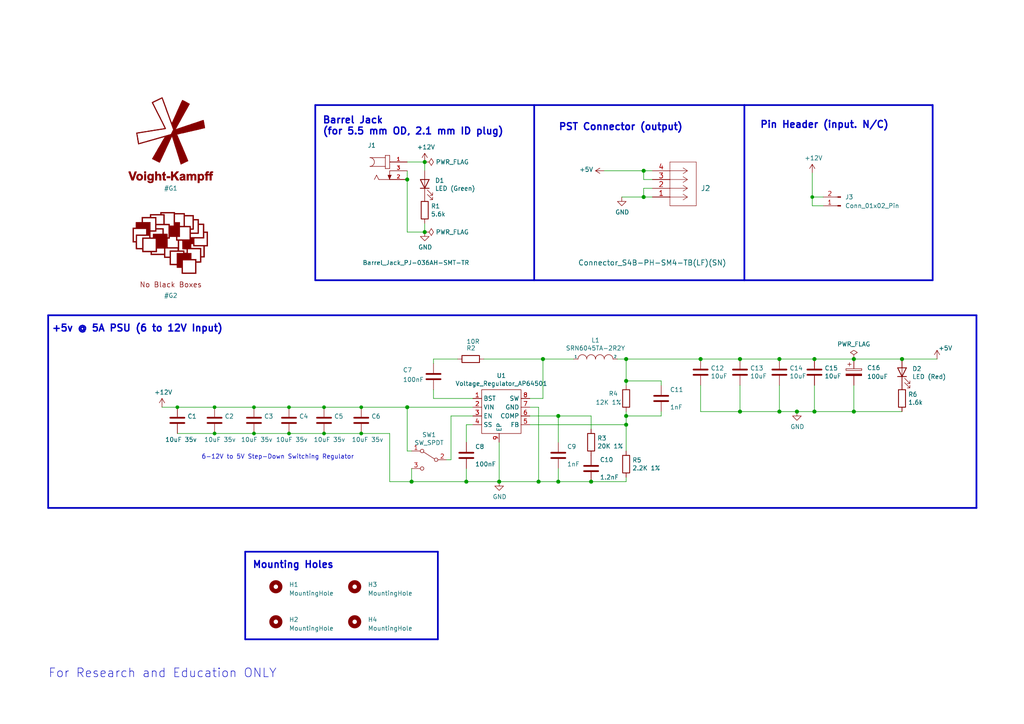
<source format=kicad_sch>
(kicad_sch (version 20230121) (generator eeschema)
  (paper "A4")
  (title_block (title "NB3 Power Board") (date "2023-11-29") (rev "0.0.5") (company "Voight-Kampff") (comment 1 "NoBlackBoxes: NB3 power source") (comment 2 "5V/5A power source for RPi, sensors, and motors"))
  (lib_symbols
    (symbol "Connector:Conn_01x02_Pin" (pin_names (offset 1.016) hide)
      (property "Reference" "J" (at 0 2.54 0))
      (property "Value" "Conn_01x02_Pin" (at 0 -5.08 0))
      (symbol "Conn_01x02_Pin_1_1"
        (pin passive line (at 5.08 0 180) (length 3.81) (name "Pin_1") (number "1"))
        (pin passive line (at 5.08 -2.54 180) (length 3.81) (name "Pin_2") (number "2"))
      )
    )
    (symbol "Device:C" (pin_numbers hide) (pin_names (offset 0.254))
      (property "Reference" "C" (at 0.635 2.54 0))
      (property "Value" "C" (at 0.635 -2.54 0))
      (symbol "C_1_1"
        (pin passive line (at 0 3.81 270) (length 2.794) (name "~") (number "1"))
        (pin passive line (at 0 -3.81 90) (length 2.794) (name "~") (number "2"))
      )
    )
    (symbol "Device:C_Polarized" (pin_numbers hide) (pin_names (offset 0.254))
      (property "Reference" "C" (at 0.635 2.54 0))
      (property "Value" "C_Polarized" (at 0.635 -2.54 0))
      (symbol "C_Polarized_1_1"
        (pin passive line (at 0 3.81 270) (length 2.794) (name "~") (number "1"))
        (pin passive line (at 0 -3.81 90) (length 2.794) (name "~") (number "2"))
      )
    )
    (symbol "Device:LED" (pin_numbers hide) (pin_names (offset 1.016) hide)
      (property "Reference" "D" (at 0 2.54 0))
      (property "Value" "LED" (at 0 -2.54 0))
      (symbol "LED_1_1"
        (pin passive line (at -3.81 0 0) (length 2.54) (name "K") (number "1"))
        (pin passive line (at 3.81 0 180) (length 2.54) (name "A") (number "2"))
      )
    )
    (symbol "Device:R" (pin_numbers hide) (pin_names (offset 0))
      (property "Reference" "R" (at 2.032 0 90))
      (property "Value" "R" (at 0 0 90))
      (symbol "R_1_1"
        (pin passive line (at 0 3.81 270) (length 1.27) (name "~") (number "1"))
        (pin passive line (at 0 -3.81 90) (length 1.27) (name "~") (number "2"))
      )
    )
    (symbol "Mechanical:MountingHole" (pin_names (offset 1.016))
      (property "Reference" "H" (at 0 5.08 0))
      (property "Value" "MountingHole" (at 0 3.175 0))
    )
    (symbol "NB3_power:Barrel_Jack_PJ-036AH-SMT-TR" (pin_names (offset 1.016) hide)
      (property "Reference" "J" (at 0 1.27 0))
      (property "Value" "Barrel_Jack_PJ-036AH-SMT-TR" (at 0 -10.16 0))
      (symbol "Barrel_Jack_PJ-036AH-SMT-TR_0_0"
        (pin passive line (at 12.7 -2.54 180) (length 5.08) (name "1") (number "1"))
        (pin passive line (at 12.7 -7.62 180) (length 5.08) (name "2") (number "2"))
        (pin passive line (at 12.7 -5.08 180) (length 5.08) (name "3") (number "3"))
      )
    )
    (symbol "NB3_power:Connector_S4B-PH-SM4-TB(LF)(SN)" (pin_names (offset 0.254) hide)
      (property "Reference" "J" (at 8.89 6.35 0))
      (property "Value" "Connector_S4B-PH-SM4-TB(LF)(SN)" (at 2.54 -13.97 0))
      (symbol "Connector_S4B-PH-SM4-TB(LF)(SN)_1_1"
        (pin passive line (at 0 0 0) (length 5.08) (name "1") (number "1"))
        (pin passive line (at 0 -2.54 0) (length 5.08) (name "2") (number "2"))
        (pin passive line (at 0 -5.08 0) (length 5.08) (name "3") (number "3"))
        (pin passive line (at 0 -7.62 0) (length 5.08) (name "4") (number "4"))
      )
    )
    (symbol "NB3_power:Logo_NBB" (pin_names (offset 1.016))
      (symbol "Logo_NBB_1_1"
        (text "No Black Boxes" (at 0 -12.7 0) (effects (font (size 1.5 1.5))))
      )
    )
    (symbol "NB3_power:Logo_VK" (pin_names (offset 1.016)))
    (symbol "NB3_power:Voltage_Regulator_AP64501"
      (property "Reference" "U" (at 5.08 3.81 0))
      (property "Value" "Voltage_Regulator_AP64501" (at 7.62 1.27 0))
      (symbol "Voltage_Regulator_AP64501_1_1"
        (pin passive line (at -2.54 -2.54 0) (length 2.54) (name "BST") (number "1"))
        (pin power_in line (at -2.54 -5.08 0) (length 2.54) (name "VIN") (number "2"))
        (pin input line (at -2.54 -7.62 0) (length 2.54) (name "EN") (number "3"))
        (pin input line (at -2.54 -10.16 0) (length 2.54) (name "SS") (number "4"))
        (pin input line (at 13.97 -10.16 180) (length 2.54) (name "FB") (number "5"))
        (pin input line (at 13.97 -7.62 180) (length 2.54) (name "COMP") (number "6"))
        (pin power_in line (at 13.97 -5.08 180) (length 2.54) (name "GND") (number "7"))
        (pin output line (at 13.97 -2.54 180) (length 2.54) (name "SW") (number "8"))
        (pin passive line (at 5.08 -15.24 90) (length 2.54) (name "EP") (number "9"))
      )
    )
    (symbol "Switch:SW_SPDT" (pin_names (offset 0) hide)
      (property "Reference" "SW" (at 0 4.318 0))
      (property "Value" "SW_SPDT" (at 0 -5.08 0))
      (symbol "SW_SPDT_1_1"
        (pin passive line (at 5.08 2.54 180) (length 2.54) (name "A") (number "1"))
        (pin passive line (at -5.08 0 0) (length 2.54) (name "B") (number "2"))
        (pin passive line (at 5.08 -2.54 180) (length 2.54) (name "C") (number "3"))
      )
    )
    (symbol "power:+12V" (power) (pin_names (offset 0))
      (property "Value" "+12V" (at 0 3.556 0))
      (symbol "+12V_1_1"
        (pin power_in line (at 0 0 90) (length 0) hide (name "+12V") (number "1"))
      )
    )
    (symbol "power:+5V" (power) (pin_names (offset 0))
      (property "Value" "+5V" (at 0 3.556 0))
      (symbol "+5V_1_1"
        (pin power_in line (at 0 0 90) (length 0) hide (name "+5V") (number "1"))
      )
    )
    (symbol "power:GND" (power) (pin_names (offset 0))
      (property "Value" "GND" (at 0 -3.81 0))
      (symbol "GND_1_1"
        (pin power_in line (at 0 0 270) (length 0) hide (name "GND") (number "1"))
      )
    )
    (symbol "power:PWR_FLAG" (power) (pin_numbers hide) (pin_names (offset 0) hide)
      (property "Value" "PWR_FLAG" (at 0 3.81 0))
      (symbol "PWR_FLAG_0_0"
        (pin power_out line (at 0 0 90) (length 0) (name "pwr") (number "1"))
      )
    )
    (symbol "pspice:INDUCTOR" (pin_numbers hide) (pin_names (offset 0))
      (property "Reference" "L" (at 0 2.54 0))
      (property "Value" "INDUCTOR" (at 0 -1.27 0))
      (symbol "INDUCTOR_1_1"
        (pin input line (at -6.35 0 0) (length 1.27) (name "1") (number "1"))
        (pin input line (at 6.35 0 180) (length 1.27) (name "2") (number "2"))
      )
    )
  )
  (junction (at 73.66 125.73))
  (junction (at 231.14 119.38) (diameter 1.016))
  (junction (at 93.98 118.11))
  (junction (at 181.61 123.19) (diameter 1.016))
  (junction (at 83.82 118.11))
  (junction (at 62.23 118.11))
  (junction (at 135.255 139.7) (diameter 1.016))
  (junction (at 161.925 120.65) (diameter 1.016))
  (junction (at 236.22 104.14) (diameter 1.016))
  (junction (at 226.06 104.14) (diameter 1.016))
  (junction (at 93.98 125.73))
  (junction (at 157.48 104.14) (diameter 1.016))
  (junction (at 51.435 118.11))
  (junction (at 104.775 125.73))
  (junction (at 214.63 104.14) (diameter 1.016))
  (junction (at 203.2 104.14) (diameter 1.016))
  (junction (at 171.45 139.7) (diameter 1.016))
  (junction (at 247.65 119.38) (diameter 1.016))
  (junction (at 119.38 139.7) (diameter 1.016))
  (junction (at 161.925 139.7) (diameter 1.016))
  (junction (at 226.06 119.38) (diameter 1.016))
  (junction (at 261.62 104.14) (diameter 1.016))
  (junction (at 156.21 139.7) (diameter 1.016))
  (junction (at 235.585 57.15))
  (junction (at 181.61 110.49) (diameter 1.016))
  (junction (at 236.22 119.38) (diameter 1.016))
  (junction (at 186.69 57.15) (diameter 1.016))
  (junction (at 144.78 139.7) (diameter 1.016))
  (junction (at 62.23 125.73))
  (junction (at 123.19 46.99) (diameter 1.016))
  (junction (at 247.65 104.14) (diameter 1.016))
  (junction (at 118.11 52.07) (diameter 1.016))
  (junction (at 186.69 49.53) (diameter 1.016))
  (junction (at 181.61 120.65) (diameter 1.016))
  (junction (at 181.61 104.14) (diameter 1.016))
  (junction (at 118.11 118.11) (diameter 1.016))
  (junction (at 83.82 125.73))
  (junction (at 214.63 119.38) (diameter 1.016))
  (junction (at 123.19 67.31) (diameter 1.016))
  (junction (at 104.775 118.11))
  (junction (at 73.66 118.11))
  (wire (pts (xy 137.16 123.19) (xy 135.255 123.19)))
  (wire (pts (xy 247.65 104.14) (xy 261.62 104.14)))
  (wire (pts (xy 104.775 125.73) (xy 113.03 125.73)))
  (wire (pts (xy 135.255 123.19) (xy 135.255 128.27)))
  (wire (pts (xy 179.07 104.14) (xy 181.61 104.14)))
  (wire (pts (xy 161.925 139.7) (xy 171.45 139.7)))
  (wire (pts (xy 181.61 119.38) (xy 181.61 120.65)))
  (wire (pts (xy 135.255 135.89) (xy 135.255 139.7)))
  (wire (pts (xy 189.23 52.07) (xy 186.69 52.07)))
  (wire (pts (xy 238.76 59.69) (xy 235.585 59.69)))
  (wire (pts (xy 171.45 139.7) (xy 181.61 139.7)))
  (wire (pts (xy 181.61 110.49) (xy 181.61 111.76)))
  (wire (pts (xy 118.11 46.99) (xy 123.19 46.99)))
  (wire (pts (xy 46.99 118.11) (xy 51.435 118.11)))
  (wire (pts (xy 51.435 118.11) (xy 62.23 118.11)))
  (wire (pts (xy 153.67 118.11) (xy 156.21 118.11)))
  (wire (pts (xy 104.775 118.11) (xy 118.11 118.11)))
  (wire (pts (xy 235.585 57.15) (xy 238.76 57.15)))
  (wire (pts (xy 189.23 57.15) (xy 186.69 57.15)))
  (wire (pts (xy 181.61 139.7) (xy 181.61 138.43)))
  (wire (pts (xy 123.19 49.53) (xy 123.19 46.99)))
  (wire (pts (xy 130.81 120.65) (xy 130.81 133.35)))
  (wire (pts (xy 157.48 115.57) (xy 157.48 104.14)))
  (polyline (pts (xy 270.51 30.48) (xy 270.51 81.28)) (stroke (width 0.5) (type solid)))
  (wire (pts (xy 73.66 118.11) (xy 83.82 118.11)))
  (polyline (pts (xy 91.44 30.48) (xy 91.44 81.28)) (stroke (width 0.5) (type solid)))
  (polyline (pts (xy 91.44 30.48) (xy 215.9 30.48)) (stroke (width 0.5) (type solid)))
  (polyline (pts (xy 215.9 30.48) (xy 215.9 81.28)) (stroke (width 0.5) (type solid)))
  (polyline (pts (xy 215.9 81.28) (xy 91.44 81.28)) (stroke (width 0.5) (type solid)))
  (wire (pts (xy 62.23 125.73) (xy 73.66 125.73)))
  (wire (pts (xy 113.03 139.7) (xy 119.38 139.7)))
  (polyline (pts (xy 270.51 30.48) (xy 270.51 31.115)) (stroke (width 0.5) (type solid)))
  (wire (pts (xy 226.06 111.76) (xy 226.06 119.38)))
  (wire (pts (xy 181.61 123.19) (xy 181.61 130.81)))
  (wire (pts (xy 235.585 59.69) (xy 235.585 57.15)))
  (polyline (pts (xy 13.97 91.44) (xy 13.97 147.32)) (stroke (width 0.5) (type solid)))
  (wire (pts (xy 73.66 125.73) (xy 83.82 125.73)))
  (wire (pts (xy 113.03 125.73) (xy 113.03 139.7)))
  (wire (pts (xy 119.38 139.7) (xy 135.255 139.7)))
  (wire (pts (xy 118.11 130.81) (xy 118.11 118.11)))
  (wire (pts (xy 118.11 49.53) (xy 118.11 52.07)))
  (wire (pts (xy 189.23 54.61) (xy 186.69 54.61)))
  (wire (pts (xy 189.23 49.53) (xy 186.69 49.53)))
  (wire (pts (xy 186.69 54.61) (xy 186.69 57.15)))
  (wire (pts (xy 181.61 104.14) (xy 181.61 110.49)))
  (wire (pts (xy 214.63 104.14) (xy 226.06 104.14)))
  (wire (pts (xy 181.61 120.65) (xy 191.77 120.65)))
  (wire (pts (xy 118.11 67.31) (xy 123.19 67.31)))
  (wire (pts (xy 181.61 120.65) (xy 181.61 123.19)))
  (wire (pts (xy 137.16 120.65) (xy 130.81 120.65)))
  (wire (pts (xy 125.73 104.14) (xy 125.73 105.41)))
  (wire (pts (xy 175.26 49.53) (xy 186.69 49.53)))
  (wire (pts (xy 140.335 104.14) (xy 157.48 104.14)))
  (wire (pts (xy 83.82 118.11) (xy 93.98 118.11)))
  (wire (pts (xy 51.435 125.73) (xy 62.23 125.73)))
  (wire (pts (xy 93.98 118.11) (xy 104.775 118.11)))
  (polyline (pts (xy 154.94 30.48) (xy 154.94 81.28)) (stroke (width 0.5) (type solid)))
  (wire (pts (xy 118.11 118.11) (xy 137.16 118.11)))
  (wire (pts (xy 125.73 115.57) (xy 137.16 115.57)))
  (wire (pts (xy 214.63 111.76) (xy 214.63 119.38)))
  (wire (pts (xy 153.67 123.19) (xy 181.61 123.19)))
  (wire (pts (xy 156.21 118.11) (xy 156.21 139.7)))
  (polyline (pts (xy 13.97 91.44) (xy 283.21 91.44)) (stroke (width 0.5) (type solid)))
  (wire (pts (xy 153.67 115.57) (xy 157.48 115.57)))
  (wire (pts (xy 125.73 113.03) (xy 125.73 115.57)))
  (wire (pts (xy 247.65 111.76) (xy 247.65 119.38)))
  (wire (pts (xy 226.06 104.14) (xy 236.22 104.14)))
  (wire (pts (xy 186.69 52.07) (xy 186.69 49.53)))
  (wire (pts (xy 161.925 135.89) (xy 161.925 139.7)))
  (wire (pts (xy 236.22 104.14) (xy 247.65 104.14)))
  (wire (pts (xy 153.67 120.65) (xy 161.925 120.65)))
  (wire (pts (xy 132.715 104.14) (xy 125.73 104.14)))
  (wire (pts (xy 181.61 110.49) (xy 191.77 110.49)))
  (wire (pts (xy 157.48 104.14) (xy 166.37 104.14)))
  (wire (pts (xy 236.22 111.76) (xy 236.22 119.38)))
  (wire (pts (xy 144.78 128.27) (xy 144.78 139.7)))
  (wire (pts (xy 93.98 125.73) (xy 104.775 125.73)))
  (wire (pts (xy 181.61 104.14) (xy 203.2 104.14)))
  (wire (pts (xy 83.82 125.73) (xy 93.98 125.73)))
  (wire (pts (xy 62.23 118.11) (xy 73.66 118.11)))
  (wire (pts (xy 186.69 57.15) (xy 180.34 57.15)))
  (wire (pts (xy 171.45 124.46) (xy 171.45 120.65)))
  (wire (pts (xy 191.77 120.65) (xy 191.77 119.38)))
  (wire (pts (xy 119.38 130.81) (xy 118.11 130.81)))
  (polyline (pts (xy 283.21 147.32) (xy 13.97 147.32)) (stroke (width 0.5) (type solid)))
  (wire (pts (xy 235.585 50.165) (xy 235.585 57.15)))
  (wire (pts (xy 203.2 111.76) (xy 203.2 119.38)))
  (wire (pts (xy 203.2 119.38) (xy 214.63 119.38)))
  (wire (pts (xy 214.63 119.38) (xy 226.06 119.38)))
  (wire (pts (xy 226.06 119.38) (xy 231.14 119.38)))
  (wire (pts (xy 231.14 119.38) (xy 236.22 119.38)))
  (wire (pts (xy 236.22 119.38) (xy 247.65 119.38)))
  (wire (pts (xy 247.65 119.38) (xy 261.62 119.38)))
  (wire (pts (xy 130.81 133.35) (xy 129.54 133.35)))
  (polyline (pts (xy 283.21 91.44) (xy 283.21 147.32)) (stroke (width 0.5) (type solid)))
  (wire (pts (xy 203.2 104.14) (xy 214.63 104.14)))
  (polyline (pts (xy 215.9 30.48) (xy 270.51 30.48)) (stroke (width 0.5) (type solid)))
  (wire (pts (xy 161.925 120.65) (xy 171.45 120.65)))
  (wire (pts (xy 156.21 139.7) (xy 161.925 139.7)))
  (wire (pts (xy 135.255 139.7) (xy 144.78 139.7)))
  (wire (pts (xy 118.11 52.07) (xy 118.11 67.31)))
  (wire (pts (xy 161.925 120.65) (xy 161.925 128.27)))
  (wire (pts (xy 191.77 110.49) (xy 191.77 111.76)))
  (wire (pts (xy 261.62 104.14) (xy 271.78 104.14)))
  (polyline (pts (xy 71.12 160.02) (xy 71.12 185.42)) (stroke (width 0.5) (type solid)))
  (polyline (pts (xy 71.12 160.02) (xy 127 160.02)) (stroke (width 0.5) (type solid)))
  (polyline (pts (xy 71.12 185.42) (xy 127 185.42)) (stroke (width 0.5) (type solid)))
  (polyline (pts (xy 127 185.42) (xy 127 160.02)) (stroke (width 0.5) (type solid)))
  (wire (pts (xy 144.78 139.7) (xy 156.21 139.7)))
  (polyline (pts (xy 215.9 81.28) (xy 270.51 81.28)) (stroke (width 0.5) (type solid)))
  (wire (pts (xy 123.19 64.77) (xy 123.19 67.31)))
  (wire (pts (xy 119.38 135.89) (xy 119.38 139.7)))
  (text "Pin Header (input. N/C)" (at 220.345 37.465 0) (effects (font (size 2 2) (thickness 0.4) bold) (justify left bottom)))
  (text "Mounting Holes" (at 73.152 165.1 0) (effects (font (size 2 2) (thickness 0.4) bold) (justify left bottom)))
  (text "PST Connector (output)" (at 161.925 38.1 0) (effects (font (size 2 2) (thickness 0.4) bold) (justify left bottom)))
  (text "+5v @ 5A PSU (6 to 12V Input)" (at 64.77 96.52 0) (effects (font (size 2 2) (thickness 0.4) bold) (justify right bottom)))
  (text "For Research and Education ONLY" (at 13.97 196.85 0) (effects (font (size 2.54 2.54)) (justify left bottom)))
  (text "Barrel Jack\n(for 5.5 mm OD, 2.1 mm ID plug)" (at 93.472 39.37 0) (effects (font (size 2 2) (thickness 0.4) bold) (justify left bottom)))
  (text "6-12V to 5V Step-Down Switching Regulator" (at 58.42 133.35 0) (effects (font (size 1.27 1.27)) (justify left bottom)))
  (symbol (lib_id "NB3_power:Barrel_Jack_PJ-036AH-SMT-TR") (at 105.41 44.45 0) (unit 1)
    (property "Reference" "J1" (at 107.823 42.164 0))
    (property "Value" "Barrel_Jack_PJ-036AH-SMT-TR" (at 120.65 76.2 0))
    (property "Footprint" "NB3_power:Barrel_Jack_PJ-036AH-SMT-TR" (effects hide))
    (property "Datasheet" "Barrel_Jack_PJ-036AH-SMT-TR" (effects hide))
    (property "Description" "2.0 x 6.3 mm, 5.0 A, Horizontal, Surface Mount _SMT_, Dc Power Jack Connector" (effects hide))
    (property "Mouser Part Number" "490-PJ-036AH-SMT-TR" (effects hide))
  )
  (symbol (lib_id "Device:LED") (at 123.19 53.34 90) (unit 1)
    (property "Reference" "D1" (at 126.1618 52.3494 90) (effects (justify right)))
    (property "Value" "LED (Green)" (at 126.1618 54.6608 90) (effects (justify right)))
    (property "Footprint" "LED_SMD:LED_0603_1608Metric" (effects hide))
  )
  (symbol (lib_id "Device:R") (at 123.19 60.96 0) (unit 1)
    (property "Reference" "R1" (at 124.968 59.7916 0) (effects (justify left)))
    (property "Value" "5.6k" (at 124.968 62.103 0) (effects (justify left)))
    (property "Footprint" "Resistor_SMD:R_0402_1005Metric" (effects hide))
  )
  (symbol (lib_id "power:GND") (at 123.19 67.31 0) (unit 1)
    (property "Reference" "#PWR03" (effects hide))
    (property "Value" "GND" (at 123.317 71.7042 0))
  )
  (symbol (lib_id "power:GND") (at 180.34 57.15 0) (unit 1)
    (property "Reference" "#PWR06" (effects hide))
    (property "Value" "GND" (at 180.467 61.5442 0))
  )
  (symbol (lib_id "Connector:Conn_01x02_Pin") (at 243.84 59.69 180) (unit 1)
    (property "Reference" "J3" (at 245.11 57.15 0) (effects (justify right)))
    (property "Value" "Conn_01x02_Pin" (at 245.11 59.69 0) (effects (justify right)))
    (property "Footprint" "Connector_PinHeader_2.54mm:PinHeader_1x02_P2.54mm_Horizontal" (effects hide))
  )
  (symbol (lib_id "Device:C") (at 62.23 121.92 0) (unit 1)
    (property "Reference" "C2" (at 65.151 120.7516 0) (effects (justify left)))
    (property "Value" "10uF 35v" (at 59.182 127.508 0) (effects (justify left)))
    (property "Footprint" "Capacitor_SMD:C_0805_2012Metric" (effects hide))
    (property "Datasheet" "https://www.murata.com/en-global/products/productdetail.aspx?partno=GRM21BC8YA106ME11%23" (effects hide))
    (property "Field5" "490-10505-1-ND" (effects hide))
    (property "Field4" "Digikey" (effects hide))
    (property "Field6" "GRM21BC8YA106KE11L " (effects hide))
    (property "Field7" "Murata" (effects hide))
    (property "Part Description" "	10uF 10% or 20% 35V Ceramic Capacitor X6S 0805 (2012 Metric)" (effects hide))
  )
  (symbol (lib_id "Switch:SW_SPDT") (at 124.46 133.35 0) (mirror y) (unit 1)
    (property "Reference" "SW1" (at 124.46 126.111 0))
    (property "Value" "SW_SPDT" (at 124.46 128.4224 0))
    (property "Footprint" "NB3_power:Switch_SPDT_SMD_Slide_JS102011JCQN" (effects hide))
  )
  (symbol (lib_id "power:PWR_FLAG") (at 247.65 104.14 0) (unit 1)
    (property "Reference" "#FLG03" (effects hide))
    (property "Value" "PWR_FLAG" (at 247.65 99.8156 0))
  )
  (symbol (lib_id "Device:R") (at 261.62 115.57 0) (unit 1)
    (property "Reference" "R6" (at 263.398 114.4016 0) (effects (justify left)))
    (property "Value" "1.6k" (at 263.398 116.713 0) (effects (justify left)))
    (property "Footprint" "Resistor_SMD:R_0402_1005Metric" (effects hide))
  )
  (symbol (lib_id "Device:C") (at 171.45 135.89 0) (unit 1)
    (property "Reference" "C10" (at 173.99 133.35 0) (effects (justify left)))
    (property "Value" "1.2nF" (at 173.99 138.43 0) (effects (justify left)))
    (property "Footprint" "Capacitor_SMD:C_0402_1005Metric" (effects hide))
    (property "Datasheet" "http://www.farnell.com/datasheets/2734135.pdf?_ga=2.259347658.1738794919.1588350964-1787849031.1568210898&_gac=1.15394434.1588350964.EAIaIQobChMIgrHHs4yT6QIVxevtCh39TA_nEAAYASAAEgK8PfD_BwE" (effects hide))
    (property "Field4" "Digikey" (effects hide))
    (property "Field5" "490-16429-1-ND" (effects hide))
    (property "Field6" "GCM155R71H122KA37D" (effects hide))
    (property "Field7" "Murata" (effects hide))
    (property "Part Description" "1200pF 10% 10V Ceramic Capacitor X5R 0402 (1005 Metric)" (effects hide))
  )
  (symbol (lib_id "pspice:INDUCTOR") (at 172.72 104.14 0) (unit 1)
    (property "Reference" "L1" (at 172.72 98.679 0))
    (property "Value" "SRN6045TA-2R2Y" (at 172.72 100.99 0))
    (property "Footprint" "Inductor_SMD:L_Bourns_SRN6045TA" (effects hide))
    (property "Datasheet" "https://www.bourns.com/docs/Product-Datasheets/SRN6045TA.pdf" (effects hide))
    (property "Field4" "Farnell" (effects hide))
    (property "Field5" "2616889" (effects hide))
    (property "Field6" "SRN6045TA-3R3Y" (effects hide))
    (property "Field7" "Bourns" (effects hide))
    (property "Part Description" "3.3µH Semi-Shielded Wirewound Inductor 7.8A 21mOhm Nonstandard" (effects hide))
  )
  (symbol (lib_id "Mechanical:MountingHole") (at 80.01 170.18 0) (unit 1)
    (property "Reference" "H1" (at 83.82 169.5449 0) (effects (justify left)))
    (property "Value" "MountingHole" (at 83.82 172.0849 0) (effects (justify left)))
    (property "Footprint" "MountingHole:MountingHole_2.7mm_M2.5_ISO7380_Pad" (effects hide))
  )
  (symbol (lib_id "Device:C") (at 51.435 121.92 0) (unit 1)
    (property "Reference" "C1" (at 54.356 120.7516 0) (effects (justify left)))
    (property "Value" "10uF 35v" (at 47.879 127.508 0) (effects (justify left)))
    (property "Footprint" "Capacitor_SMD:C_0805_2012Metric" (effects hide))
    (property "Datasheet" "https://www.murata.com/en-global/products/productdetail.aspx?partno=GRM21BC8YA106ME11%23" (effects hide))
    (property "Field5" "490-10505-1-ND" (effects hide))
    (property "Field4" "Digikey" (effects hide))
    (property "Field6" "GRM21BC8YA106KE11L " (effects hide))
    (property "Field7" "Murata" (effects hide))
    (property "Part Description" "	10uF 10% or 20% 35V Ceramic Capacitor X6S 0805 (2012 Metric)" (effects hide))
  )
  (symbol (lib_id "Device:R") (at 136.525 104.14 270) (unit 1)
    (property "Reference" "R2" (at 135.255 100.965 90) (effects (justify left)))
    (property "Value" "10R" (at 135.255 99.06 90) (effects (justify left)))
    (property "Footprint" "Resistor_SMD:R_0402_1005Metric" (effects hide))
    (property "Datasheet" "https://fscdn.rohm.com/en/products/databook/datasheet/passive/resistor/chip_resistor/mcr-e.pdf" (effects hide))
    (property "Field4" "Farnell" (effects hide))
    (property "Field5" "9238999" (effects hide))
    (property "Field7" "Yageo" (effects hide))
    (property "Field6" "RC0402FR-0710RL" (effects hide))
    (property "Field8" "URES00256" (effects hide))
    (property "Part Description" "Resistor 10R M1005 1% 63mW" (effects hide))
  )
  (symbol (lib_id "Device:LED") (at 261.62 107.95 90) (unit 1)
    (property "Reference" "D2" (at 264.5918 106.9594 90) (effects (justify right)))
    (property "Value" "LED (Red)" (at 264.5918 109.2708 90) (effects (justify right)))
    (property "Footprint" "LED_SMD:LED_0603_1608Metric" (effects hide))
  )
  (symbol (lib_id "Device:C") (at 135.255 132.08 0) (unit 1)
    (property "Reference" "C8" (at 137.795 129.54 0) (effects (justify left)))
    (property "Value" "100nF" (at 137.795 134.62 0) (effects (justify left)))
    (property "Footprint" "Capacitor_SMD:C_0402_1005Metric" (effects hide))
    (property "Datasheet" "https://search.murata.co.jp/Ceramy/image/img/A01X/G101/ENG/GRM155R71C104KA88-01.pdf" (effects hide))
    (property "Field4" "Farnell" (effects hide))
    (property "Field5" "2611911" (effects hide))
    (property "Field6" "RM EMK105 B7104KV-F" (effects hide))
    (property "Field7" "TAIYO YUDEN EUROPE GMBH" (effects hide))
    (property "Part Description" "	0.1uF 10% 16V Ceramic Capacitor X7R 0402 (1005 Metric)" (effects hide))
    (property "Field8" "110091611" (effects hide))
  )
  (symbol (lib_id "Device:R") (at 171.45 128.27 0) (unit 1)
    (property "Reference" "R3" (at 173.228 127.1016 0) (effects (justify left)))
    (property "Value" "20K 1%" (at 173.228 129.413 0) (effects (justify left)))
    (property "Footprint" "Resistor_SMD:R_0402_1005Metric" (effects hide))
    (property "Datasheet" "https://fscdn.rohm.com/en/products/databook/datasheet/passive/resistor/chip_resistor/mcr-e.pdf" (effects hide))
    (property "Field4" "Farnell" (effects hide))
    (property "Field5" "2331485" (effects hide))
    (property "Field7" "KOA EUROPE GMBH" (effects hide))
    (property "Field6" "RK73H1ETTP2002F" (effects hide))
    (property "Part Description" "Resistor 20K M1005 1% 63mW" (effects hide))
  )
  (symbol (lib_id "Device:C") (at 214.63 107.95 0) (unit 1)
    (property "Reference" "C13" (at 217.551 106.7816 0) (effects (justify left)))
    (property "Value" "10uF" (at 217.551 109.093 0) (effects (justify left)))
    (property "Footprint" "Capacitor_SMD:C_0805_2012Metric" (effects hide))
    (property "Datasheet" "https://search.murata.co.jp/Ceramy/image/img/A01X/G101/ENG/GRM21BR71A106KA73-01.pdf" (effects hide))
    (property "Field5" "490-14381-1-ND" (effects hide))
    (property "Field4" "Digikey" (effects hide))
    (property "Field6" "GRM21BR71A106KA73L" (effects hide))
    (property "Field7" "Murata" (effects hide))
    (property "Part Description" "	10uF 10% 10V Ceramic Capacitor X7R 0805 (2012 Metric)" (effects hide))
    (property "Field8" "111893011" (effects hide))
  )
  (symbol (lib_id "power:PWR_FLAG") (at 123.19 67.31 270) (unit 1)
    (property "Reference" "#FLG02" (effects hide))
    (property "Value" "PWR_FLAG" (at 126.3651 67.31 90) (effects (justify left)))
  )
  (symbol (lib_id "Device:R") (at 181.61 134.62 0) (unit 1)
    (property "Reference" "R5" (at 183.388 133.4516 0) (effects (justify left)))
    (property "Value" "2.2K 1%" (at 183.388 135.763 0) (effects (justify left)))
    (property "Footprint" "Resistor_SMD:R_0402_1005Metric" (effects hide))
    (property "Datasheet" "https://fscdn.rohm.com/en/products/databook/datasheet/passive/resistor/chip_resistor/mcr-e.pdf" (effects hide))
    (property "Field4" "Farnell" (effects hide))
    (property "Field5" "9239278" (effects hide))
    (property "Field6" "RK73G1ETQTP2201D         " (effects hide))
    (property "Field7" "KOA EUROPE GMBH" (effects hide))
    (property "Part Description" "Resistor 2.2K M1005 1% 63mW" (effects hide))
    (property "Field8" "120889581" (effects hide))
  )
  (symbol (lib_id "Device:C_Polarized") (at 247.65 107.95 0) (unit 1)
    (property "Reference" "C16" (at 251.46 106.68 0) (effects (justify left)))
    (property "Value" "100uF" (at 251.46 109.22 0) (effects (justify left)))
    (property "Footprint" "Capacitor_Tantalum_SMD:CP_EIA-7343-31_Kemet-D" (effects hide))
  )
  (symbol (lib_id "Device:C") (at 226.06 107.95 0) (unit 1)
    (property "Reference" "C14" (at 228.981 106.7816 0) (effects (justify left)))
    (property "Value" "10uF" (at 228.981 109.093 0) (effects (justify left)))
    (property "Footprint" "Capacitor_SMD:C_0805_2012Metric" (effects hide))
    (property "Datasheet" "https://search.murata.co.jp/Ceramy/image/img/A01X/G101/ENG/GRM21BR71A106KA73-01.pdf" (effects hide))
    (property "Field5" "490-14381-1-ND" (effects hide))
    (property "Field4" "Digikey" (effects hide))
    (property "Field6" "GRM21BR71A106KA73L" (effects hide))
    (property "Field7" "Murata" (effects hide))
    (property "Part Description" "	10uF 10% 10V Ceramic Capacitor X7R 0805 (2012 Metric)" (effects hide))
    (property "Field8" "111893011" (effects hide))
  )
  (symbol (lib_id "Device:C") (at 203.2 107.95 0) (unit 1)
    (property "Reference" "C12" (at 206.121 106.7816 0) (effects (justify left)))
    (property "Value" "10uF" (at 206.121 109.093 0) (effects (justify left)))
    (property "Footprint" "Capacitor_SMD:C_0805_2012Metric" (effects hide))
    (property "Datasheet" "https://search.murata.co.jp/Ceramy/image/img/A01X/G101/ENG/GRM21BR71A106KA73-01.pdf" (effects hide))
    (property "Field5" "490-14381-1-ND" (effects hide))
    (property "Field4" "Digikey" (effects hide))
    (property "Field6" "GRM21BR71A106KA73L" (effects hide))
    (property "Field7" "Murata" (effects hide))
    (property "Part Description" "	10uF 10% 10V Ceramic Capacitor X7R 0805 (2012 Metric)" (effects hide))
    (property "Field8" "111893011" (effects hide))
  )
  (symbol (lib_id "power:PWR_FLAG") (at 123.19 46.99 270) (unit 1)
    (property "Reference" "#FLG01" (effects hide))
    (property "Value" "PWR_FLAG" (at 126.3651 46.99 90) (effects (justify left)))
  )
  (symbol (lib_id "NB3_power:Voltage_Regulator_AP64501") (at 139.7 113.03 0) (unit 1)
    (property "Reference" "U1" (at 145.415 108.9468 0))
    (property "Value" "Voltage_Regulator_AP64501" (at 145.415 111.2455 0))
    (property "Footprint" "NB3_power:Voltage_Regulator_AP64501" (effects hide))
  )
  (symbol (lib_id "Device:C") (at 191.77 115.57 0) (unit 1)
    (property "Reference" "C11" (at 194.31 113.03 0) (effects (justify left)))
    (property "Value" "1nF" (at 194.31 118.11 0) (effects (justify left)))
    (property "Footprint" "Capacitor_SMD:C_0402_1005Metric" (effects hide))
    (property "Datasheet" "http://www.farnell.com/datasheets/2048267.pdf?_ga=2.222777691.1738794919.1588350964-1787849031.1568210898&_gac=1.250356018.1588350964.EAIaIQobChMIgrHHs4yT6QIVxevtCh39TA_nEAAYASAAEgK8PfD_BwE" (effects hide))
    (property "Field4" "Farnell" (effects hide))
    (property "Field5" "2666374" (effects hide))
    (property "Field6" "GRM1555C1H221JA01D" (effects hide))
    (property "Field7" "Murata" (effects hide))
    (property "Part Description" "220 pF, 50 V, 0402 [1005 Metric], ± 5%, C0G / NP0/CH, GCM Series" (effects hide))
  )
  (symbol (lib_id "Device:C") (at 161.925 132.08 0) (unit 1)
    (property "Reference" "C9" (at 164.465 129.54 0) (effects (justify left)))
    (property "Value" "1nF" (at 164.465 134.62 0) (effects (justify left)))
    (property "Footprint" "Capacitor_SMD:C_0402_1005Metric" (effects hide))
  )
  (symbol (lib_id "Mechanical:MountingHole") (at 102.87 170.18 0) (unit 1)
    (property "Reference" "H3" (at 106.68 169.5449 0) (effects (justify left)))
    (property "Value" "MountingHole" (at 106.68 172.0849 0) (effects (justify left)))
    (property "Footprint" "MountingHole:MountingHole_2.7mm_M2.5_ISO7380_Pad" (effects hide))
  )
  (symbol (lib_id "Device:R") (at 181.61 115.57 0) (unit 1)
    (property "Reference" "R4" (at 176.53 114.173 0) (effects (justify left)))
    (property "Value" "12K 1%" (at 172.72 116.713 0) (effects (justify left)))
    (property "Footprint" "Resistor_SMD:R_0402_1005Metric" (effects hide))
    (property "Datasheet" "https://fscdn.rohm.com/en/products/databook/datasheet/passive/resistor/chip_resistor/mcr-e.pdf" (effects hide))
    (property "Field4" "Farnell" (effects hide))
    (property "Field5" "9239367" (effects hide))
    (property "Field7" "Rohm" (effects hide))
    (property "Field6" "MCR01MZPF1202" (effects hide))
    (property "Part Description" "Resistor 12K M1005 1% 63mW" (effects hide))
  )
  (symbol (lib_id "Mechanical:MountingHole") (at 102.87 180.34 0) (unit 1)
    (property "Reference" "H4" (at 106.68 179.7049 0) (effects (justify left)))
    (property "Value" "MountingHole" (at 106.68 182.2449 0) (effects (justify left)))
    (property "Footprint" "MountingHole:MountingHole_2.7mm_M2.5_ISO7380_Pad" (effects hide))
  )
  (symbol (lib_id "Device:C") (at 83.82 121.92 0) (unit 1)
    (property "Reference" "C4" (at 86.741 120.7516 0) (effects (justify left)))
    (property "Value" "10uF 35v" (at 80.01 127.508 0) (effects (justify left)))
    (property "Footprint" "Capacitor_SMD:C_0805_2012Metric" (effects hide))
    (property "Datasheet" "https://www.murata.com/en-global/products/productdetail.aspx?partno=GRM21BC8YA106ME11%23" (effects hide))
    (property "Field5" "490-10505-1-ND" (effects hide))
    (property "Field4" "Digikey" (effects hide))
    (property "Field6" "GRM21BC8YA106KE11L " (effects hide))
    (property "Field7" "Murata" (effects hide))
    (property "Part Description" "	10uF 10% or 20% 35V Ceramic Capacitor X6S 0805 (2012 Metric)" (effects hide))
  )
  (symbol (lib_id "power:GND") (at 231.14 119.38 0) (unit 1)
    (property "Reference" "#PWR07" (effects hide))
    (property "Value" "GND" (at 231.267 123.7742 0))
  )
  (symbol (lib_id "power:+12V") (at 235.585 50.165 0) (unit 1)
    (property "Reference" "#PWR09" (effects hide))
    (property "Value" "+12V" (at 235.9533 45.8406 0))
  )
  (symbol (lib_id "NB3_power:Logo_VK") (at 49.53 40.64 0) (unit 1) (in_bom no)
    (property "Reference" "#G1" (at 49.53 54.61 0))
    (property "Value" "Logo_VK" (effects hide))
    (property "Footprint" "NB3_power:Logo_VK_15mm" (effects hide))
  )
  (symbol (lib_id "Device:C") (at 104.775 121.92 0) (unit 1)
    (property "Reference" "C6" (at 107.696 120.7516 0) (effects (justify left)))
    (property "Value" "10uF 35v" (at 101.981 127.508 0) (effects (justify left)))
    (property "Footprint" "Capacitor_SMD:C_0805_2012Metric" (effects hide))
    (property "Datasheet" "https://www.murata.com/en-global/products/productdetail.aspx?partno=GRM21BC8YA106ME11%23" (effects hide))
    (property "Field5" "490-10505-1-ND" (effects hide))
    (property "Field4" "Digikey" (effects hide))
    (property "Field6" "GRM21BC8YA106KE11L " (effects hide))
    (property "Field7" "Murata" (effects hide))
    (property "Part Description" "	10uF 10% or 20% 35V Ceramic Capacitor X6S 0805 (2012 Metric)" (effects hide))
  )
  (symbol (lib_id "Mechanical:MountingHole") (at 80.01 180.34 0) (unit 1)
    (property "Reference" "H2" (at 83.82 179.7049 0) (effects (justify left)))
    (property "Value" "MountingHole" (at 83.82 182.2449 0) (effects (justify left)))
    (property "Footprint" "MountingHole:MountingHole_2.7mm_M2.5_ISO7380_Pad" (effects hide))
  )
  (symbol (lib_id "NB3_power:Connector_S4B-PH-SM4-TB(LF)(SN)") (at 189.23 57.15 0) (mirror x) (unit 1)
    (property "Reference" "J2" (at 203.2 54.61 0) (effects (font (size 1.524 1.524)) (justify left)))
    (property "Value" "Connector_S4B-PH-SM4-TB(LF)(SN)" (at 167.64 76.2 0) (effects (font (size 1.524 1.524)) (justify left)))
    (property "Footprint" "NB3_power:Connector_S4B-PH-SM4-TB(LF)(SN)" (effects hide))
  )
  (symbol (lib_id "Device:C") (at 73.66 121.92 0) (unit 1)
    (property "Reference" "C3" (at 76.581 120.7516 0) (effects (justify left)))
    (property "Value" "10uF 35v" (at 69.85 127.508 0) (effects (justify left)))
    (property "Footprint" "Capacitor_SMD:C_0805_2012Metric" (effects hide))
    (property "Datasheet" "https://www.murata.com/en-global/products/productdetail.aspx?partno=GRM21BC8YA106ME11%23" (effects hide))
    (property "Field5" "490-10505-1-ND" (effects hide))
    (property "Field4" "Digikey" (effects hide))
    (property "Field6" "GRM21BC8YA106KE11L " (effects hide))
    (property "Field7" "Murata" (effects hide))
    (property "Part Description" "	10uF 10% or 20% 35V Ceramic Capacitor X6S 0805 (2012 Metric)" (effects hide))
  )
  (symbol (lib_id "Device:C") (at 125.73 109.22 0) (unit 1)
    (property "Reference" "C7" (at 116.84 107.315 0) (effects (justify left)))
    (property "Value" "100nF" (at 116.84 110.109 0) (effects (justify left)))
    (property "Footprint" "Capacitor_SMD:C_0402_1005Metric" (effects hide))
    (property "Datasheet" "https://search.murata.co.jp/Ceramy/image/img/A01X/G101/ENG/GRM155R71C104KA88-01.pdf" (effects hide))
    (property "Field4" "Farnell" (effects hide))
    (property "Field5" "2611911" (effects hide))
    (property "Field6" "RM EMK105 B7104KV-F" (effects hide))
    (property "Field7" "TAIYO YUDEN EUROPE GMBH" (effects hide))
    (property "Part Description" "	0.1uF 10% 16V Ceramic Capacitor X7R 0402 (1005 Metric)" (effects hide))
    (property "Field8" "110091611" (effects hide))
  )
  (symbol (lib_id "Device:C") (at 93.98 121.92 0) (unit 1)
    (property "Reference" "C5" (at 96.901 120.7516 0) (effects (justify left)))
    (property "Value" "10uF 35v" (at 90.932 127.508 0) (effects (justify left)))
    (property "Footprint" "Capacitor_SMD:C_0805_2012Metric" (effects hide))
    (property "Datasheet" "https://www.murata.com/en-global/products/productdetail.aspx?partno=GRM21BC8YA106ME11%23" (effects hide))
    (property "Field5" "490-10505-1-ND" (effects hide))
    (property "Field4" "Digikey" (effects hide))
    (property "Field6" "GRM21BC8YA106KE11L " (effects hide))
    (property "Field7" "Murata" (effects hide))
    (property "Part Description" "	10uF 10% or 20% 35V Ceramic Capacitor X6S 0805 (2012 Metric)" (effects hide))
  )
  (symbol (lib_id "power:+5V") (at 271.78 104.14 0) (unit 1)
    (property "Reference" "#PWR08" (effects hide))
    (property "Value" "+5V" (at 272.1483 100.9649 0) (effects (justify left)))
  )
  (symbol (lib_id "power:GND") (at 144.78 139.7 0) (unit 1)
    (property "Reference" "#PWR04" (effects hide))
    (property "Value" "GND" (at 144.907 144.0942 0))
  )
  (symbol (lib_id "power:+12V") (at 123.19 46.99 0) (unit 1)
    (property "Reference" "#PWR02" (effects hide))
    (property "Value" "+12V" (at 123.5583 42.6656 0))
  )
  (symbol (lib_id "NB3_power:Logo_NBB") (at 49.53 69.85 0) (unit 1)
    (property "Reference" "#G2" (at 49.53 85.725 0))
    (property "Value" "Logo_NBB" (effects hide))
    (property "Footprint" "NB3_power:Logo_NBB_25mm" (effects hide))
  )
  (symbol (lib_id "Device:C") (at 236.22 107.95 0) (unit 1)
    (property "Reference" "C15" (at 239.141 106.7816 0) (effects (justify left)))
    (property "Value" "10uF" (at 239.141 109.093 0) (effects (justify left)))
    (property "Footprint" "Capacitor_SMD:C_0805_2012Metric" (effects hide))
    (property "Datasheet" "https://search.murata.co.jp/Ceramy/image/img/A01X/G101/ENG/GRM21BR71A106KA73-01.pdf" (effects hide))
    (property "Field5" "490-14381-1-ND" (effects hide))
    (property "Field4" "Digikey" (effects hide))
    (property "Field6" "GRM21BR71A106KA73L" (effects hide))
    (property "Field7" "Murata" (effects hide))
    (property "Part Description" "	10uF 10% 10V Ceramic Capacitor X7R 0805 (2012 Metric)" (effects hide))
    (property "Field8" "111893011" (effects hide))
  )
  (symbol (lib_id "power:+5V") (at 175.26 49.53 90) (unit 1)
    (property "Reference" "#PWR05" (effects hide))
    (property "Value" "+5V" (at 172.085 49.1617 90) (effects (justify left)))
  )
  (symbol (lib_id "power:+12V") (at 46.99 118.11 0) (unit 1)
    (property "Reference" "#PWR01" (effects hide))
    (property "Value" "+12V" (at 47.3583 113.7856 0))
  )
)
</source>
